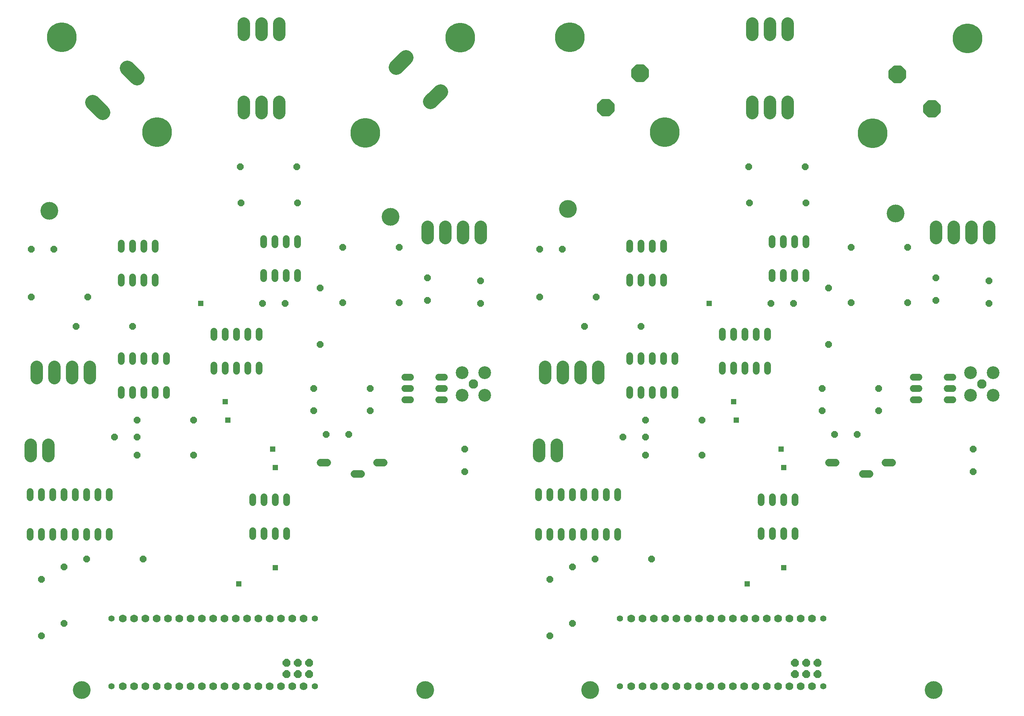
<source format=gbs>
G75*
%MOIN*%
%OFA0B0*%
%FSLAX25Y25*%
%IPPOS*%
%LPD*%
%AMOC8*
5,1,8,0,0,1.08239X$1,22.5*
%
%ADD10C,0.15750*%
%ADD11C,0.07000*%
%ADD12C,0.05524*%
%ADD13OC8,0.07000*%
%ADD14C,0.06000*%
%ADD15OC8,0.06000*%
%ADD16C,0.06800*%
%ADD17C,0.08300*%
%ADD18C,0.11300*%
%ADD19C,0.10839*%
%ADD20C,0.13200*%
%ADD21C,0.26300*%
%ADD22C,0.03160*%
%ADD23R,0.04762X0.04762*%
D10*
X0152216Y0026500D03*
X0456216Y0026500D03*
X0602216Y0026500D03*
X0906216Y0026500D03*
X0872716Y0448500D03*
X0582716Y0452500D03*
X0425716Y0445500D03*
X0123716Y0451000D03*
D11*
X0188716Y0090000D03*
X0198716Y0090000D03*
X0208716Y0090000D03*
X0218716Y0090000D03*
X0228716Y0090000D03*
X0238716Y0090000D03*
X0248716Y0090000D03*
X0258716Y0090000D03*
X0268716Y0090000D03*
X0278716Y0090000D03*
X0288716Y0090000D03*
X0298716Y0090000D03*
X0308716Y0090000D03*
X0318716Y0090000D03*
X0328716Y0090000D03*
X0338716Y0090000D03*
X0348716Y0090000D03*
X0348716Y0030000D03*
X0338716Y0030000D03*
X0328716Y0030000D03*
X0318716Y0030000D03*
X0308716Y0030000D03*
X0298716Y0030000D03*
X0288716Y0030000D03*
X0278716Y0030000D03*
X0268716Y0030000D03*
X0258716Y0030000D03*
X0248716Y0030000D03*
X0238716Y0030000D03*
X0228716Y0030000D03*
X0218716Y0030000D03*
X0208716Y0030000D03*
X0198716Y0030000D03*
X0188716Y0030000D03*
X0638716Y0030000D03*
X0648716Y0030000D03*
X0658716Y0030000D03*
X0668716Y0030000D03*
X0678716Y0030000D03*
X0688716Y0030000D03*
X0698716Y0030000D03*
X0708716Y0030000D03*
X0718716Y0030000D03*
X0728716Y0030000D03*
X0738716Y0030000D03*
X0748716Y0030000D03*
X0758716Y0030000D03*
X0768716Y0030000D03*
X0778716Y0030000D03*
X0788716Y0030000D03*
X0798716Y0030000D03*
X0798716Y0090000D03*
X0788716Y0090000D03*
X0778716Y0090000D03*
X0768716Y0090000D03*
X0758716Y0090000D03*
X0748716Y0090000D03*
X0738716Y0090000D03*
X0728716Y0090000D03*
X0718716Y0090000D03*
X0708716Y0090000D03*
X0698716Y0090000D03*
X0688716Y0090000D03*
X0678716Y0090000D03*
X0668716Y0090000D03*
X0658716Y0090000D03*
X0648716Y0090000D03*
X0638716Y0090000D03*
D12*
X0628716Y0090000D03*
X0628716Y0030000D03*
X0808716Y0030000D03*
X0808716Y0090000D03*
X0358716Y0090000D03*
X0358716Y0030000D03*
X0178716Y0030000D03*
X0178716Y0090000D03*
D13*
X0333716Y0050500D03*
X0333716Y0040500D03*
X0343716Y0040500D03*
X0343716Y0050500D03*
X0353716Y0050500D03*
X0353716Y0040500D03*
X0783716Y0040500D03*
X0783716Y0050500D03*
X0793716Y0050500D03*
X0793716Y0040500D03*
X0803716Y0040500D03*
X0803716Y0050500D03*
D14*
X0783716Y0162400D02*
X0783716Y0167600D01*
X0773716Y0167600D02*
X0773716Y0162400D01*
X0763716Y0162400D02*
X0763716Y0167600D01*
X0753716Y0167600D02*
X0753716Y0162400D01*
X0753716Y0192400D02*
X0753716Y0197600D01*
X0763716Y0197600D02*
X0763716Y0192400D01*
X0773716Y0192400D02*
X0773716Y0197600D01*
X0783716Y0197600D02*
X0783716Y0192400D01*
X0888116Y0283500D02*
X0893316Y0283500D01*
X0893316Y0293500D02*
X0888116Y0293500D01*
X0888116Y0303500D02*
X0893316Y0303500D01*
X0918116Y0303500D02*
X0923316Y0303500D01*
X0923316Y0293500D02*
X0918116Y0293500D01*
X0918116Y0283500D02*
X0923316Y0283500D01*
X0793216Y0390900D02*
X0793216Y0396100D01*
X0783216Y0396100D02*
X0783216Y0390900D01*
X0773216Y0390900D02*
X0773216Y0396100D01*
X0763216Y0396100D02*
X0763216Y0390900D01*
X0763216Y0420900D02*
X0763216Y0426100D01*
X0773216Y0426100D02*
X0773216Y0420900D01*
X0783216Y0420900D02*
X0783216Y0426100D01*
X0793216Y0426100D02*
X0793216Y0420900D01*
X0759216Y0344100D02*
X0759216Y0338900D01*
X0749216Y0338900D02*
X0749216Y0344100D01*
X0739216Y0344100D02*
X0739216Y0338900D01*
X0729216Y0338900D02*
X0729216Y0344100D01*
X0719216Y0344100D02*
X0719216Y0338900D01*
X0719216Y0314100D02*
X0719216Y0308900D01*
X0729216Y0308900D02*
X0729216Y0314100D01*
X0739216Y0314100D02*
X0739216Y0308900D01*
X0749216Y0308900D02*
X0749216Y0314100D01*
X0759216Y0314100D02*
X0759216Y0308900D01*
X0677216Y0317400D02*
X0677216Y0322600D01*
X0667216Y0322600D02*
X0667216Y0317400D01*
X0657216Y0317400D02*
X0657216Y0322600D01*
X0647216Y0322600D02*
X0647216Y0317400D01*
X0637216Y0317400D02*
X0637216Y0322600D01*
X0637216Y0292600D02*
X0637216Y0287400D01*
X0647216Y0287400D02*
X0647216Y0292600D01*
X0657216Y0292600D02*
X0657216Y0287400D01*
X0667216Y0287400D02*
X0667216Y0292600D01*
X0677216Y0292600D02*
X0677216Y0287400D01*
X0626716Y0202200D02*
X0626716Y0197000D01*
X0616716Y0197000D02*
X0616716Y0202200D01*
X0606716Y0202200D02*
X0606716Y0197000D01*
X0596716Y0197000D02*
X0596716Y0202200D01*
X0586716Y0202200D02*
X0586716Y0197000D01*
X0576716Y0197000D02*
X0576716Y0202200D01*
X0566716Y0202200D02*
X0566716Y0197000D01*
X0556716Y0197000D02*
X0556716Y0202200D01*
X0556716Y0167000D02*
X0556716Y0161800D01*
X0566716Y0161800D02*
X0566716Y0167000D01*
X0576716Y0167000D02*
X0576716Y0161800D01*
X0586716Y0161800D02*
X0586716Y0167000D01*
X0596716Y0167000D02*
X0596716Y0161800D01*
X0606716Y0161800D02*
X0606716Y0167000D01*
X0616716Y0167000D02*
X0616716Y0161800D01*
X0626716Y0161800D02*
X0626716Y0167000D01*
X0473316Y0283500D02*
X0468116Y0283500D01*
X0468116Y0293500D02*
X0473316Y0293500D01*
X0473316Y0303500D02*
X0468116Y0303500D01*
X0443316Y0303500D02*
X0438116Y0303500D01*
X0438116Y0293500D02*
X0443316Y0293500D01*
X0443316Y0283500D02*
X0438116Y0283500D01*
X0309216Y0308900D02*
X0309216Y0314100D01*
X0299216Y0314100D02*
X0299216Y0308900D01*
X0289216Y0308900D02*
X0289216Y0314100D01*
X0279216Y0314100D02*
X0279216Y0308900D01*
X0269216Y0308900D02*
X0269216Y0314100D01*
X0269216Y0338900D02*
X0269216Y0344100D01*
X0279216Y0344100D02*
X0279216Y0338900D01*
X0289216Y0338900D02*
X0289216Y0344100D01*
X0299216Y0344100D02*
X0299216Y0338900D01*
X0309216Y0338900D02*
X0309216Y0344100D01*
X0313216Y0390900D02*
X0313216Y0396100D01*
X0323216Y0396100D02*
X0323216Y0390900D01*
X0333216Y0390900D02*
X0333216Y0396100D01*
X0343216Y0396100D02*
X0343216Y0390900D01*
X0343216Y0420900D02*
X0343216Y0426100D01*
X0333216Y0426100D02*
X0333216Y0420900D01*
X0323216Y0420900D02*
X0323216Y0426100D01*
X0313216Y0426100D02*
X0313216Y0420900D01*
X0217216Y0422100D02*
X0217216Y0416900D01*
X0207216Y0416900D02*
X0207216Y0422100D01*
X0197216Y0422100D02*
X0197216Y0416900D01*
X0187216Y0416900D02*
X0187216Y0422100D01*
X0187216Y0392100D02*
X0187216Y0386900D01*
X0197216Y0386900D02*
X0197216Y0392100D01*
X0207216Y0392100D02*
X0207216Y0386900D01*
X0217216Y0386900D02*
X0217216Y0392100D01*
X0217216Y0322600D02*
X0217216Y0317400D01*
X0207216Y0317400D02*
X0207216Y0322600D01*
X0197216Y0322600D02*
X0197216Y0317400D01*
X0187216Y0317400D02*
X0187216Y0322600D01*
X0187216Y0292600D02*
X0187216Y0287400D01*
X0197216Y0287400D02*
X0197216Y0292600D01*
X0207216Y0292600D02*
X0207216Y0287400D01*
X0217216Y0287400D02*
X0217216Y0292600D01*
X0227216Y0292600D02*
X0227216Y0287400D01*
X0227216Y0317400D02*
X0227216Y0322600D01*
X0176716Y0202200D02*
X0176716Y0197000D01*
X0166716Y0197000D02*
X0166716Y0202200D01*
X0156716Y0202200D02*
X0156716Y0197000D01*
X0146716Y0197000D02*
X0146716Y0202200D01*
X0136716Y0202200D02*
X0136716Y0197000D01*
X0126716Y0197000D02*
X0126716Y0202200D01*
X0116716Y0202200D02*
X0116716Y0197000D01*
X0106716Y0197000D02*
X0106716Y0202200D01*
X0106716Y0167000D02*
X0106716Y0161800D01*
X0116716Y0161800D02*
X0116716Y0167000D01*
X0126716Y0167000D02*
X0126716Y0161800D01*
X0136716Y0161800D02*
X0136716Y0167000D01*
X0146716Y0167000D02*
X0146716Y0161800D01*
X0156716Y0161800D02*
X0156716Y0167000D01*
X0166716Y0167000D02*
X0166716Y0161800D01*
X0176716Y0161800D02*
X0176716Y0167000D01*
X0303716Y0167600D02*
X0303716Y0162400D01*
X0313716Y0162400D02*
X0313716Y0167600D01*
X0323716Y0167600D02*
X0323716Y0162400D01*
X0333716Y0162400D02*
X0333716Y0167600D01*
X0333716Y0192400D02*
X0333716Y0197600D01*
X0323716Y0197600D02*
X0323716Y0192400D01*
X0313716Y0192400D02*
X0313716Y0197600D01*
X0303716Y0197600D02*
X0303716Y0192400D01*
X0637216Y0386900D02*
X0637216Y0392100D01*
X0647216Y0392100D02*
X0647216Y0386900D01*
X0657216Y0386900D02*
X0657216Y0392100D01*
X0667216Y0392100D02*
X0667216Y0386900D01*
X0667216Y0416900D02*
X0667216Y0422100D01*
X0657216Y0422100D02*
X0657216Y0416900D01*
X0647216Y0416900D02*
X0647216Y0422100D01*
X0637216Y0422100D02*
X0637216Y0416900D01*
D15*
X0116716Y0074500D03*
X0136716Y0085500D03*
X0116716Y0124500D03*
X0136716Y0135500D03*
X0156716Y0142500D03*
X0206716Y0142500D03*
X0201216Y0234500D03*
X0201216Y0250500D03*
X0201216Y0265500D03*
X0181216Y0250500D03*
X0251216Y0265500D03*
X0251216Y0234500D03*
X0357716Y0274000D03*
X0357716Y0293500D03*
X0363216Y0332500D03*
X0383216Y0369500D03*
X0363216Y0382500D03*
X0332216Y0369000D03*
X0312216Y0369000D03*
X0383216Y0418500D03*
X0433216Y0418500D03*
X0458216Y0391500D03*
X0458216Y0371500D03*
X0433216Y0369500D03*
X0505216Y0369000D03*
X0505216Y0389000D03*
X0557716Y0374500D03*
X0597216Y0348500D03*
X0607716Y0374500D03*
X0647216Y0348500D03*
X0577716Y0417000D03*
X0557716Y0417000D03*
X0743216Y0458000D03*
X0742716Y0490000D03*
X0792716Y0490000D03*
X0793216Y0458000D03*
X0833216Y0418500D03*
X0813216Y0382500D03*
X0833216Y0369500D03*
X0782216Y0369000D03*
X0762216Y0369000D03*
X0813216Y0332500D03*
X0807716Y0293500D03*
X0807716Y0274000D03*
X0818716Y0253000D03*
X0838716Y0253000D03*
X0857716Y0274000D03*
X0857716Y0293500D03*
X0941216Y0240000D03*
X0941216Y0220000D03*
X0955216Y0369000D03*
X0955216Y0389000D03*
X0908216Y0391500D03*
X0908216Y0371500D03*
X0883216Y0369500D03*
X0883216Y0418500D03*
X0701216Y0265500D03*
X0701216Y0234500D03*
X0651216Y0234500D03*
X0651216Y0250500D03*
X0651216Y0265500D03*
X0631216Y0250500D03*
X0491216Y0240000D03*
X0491216Y0220000D03*
X0407716Y0274000D03*
X0407716Y0293500D03*
X0388716Y0253000D03*
X0368716Y0253000D03*
X0197216Y0348500D03*
X0157716Y0374500D03*
X0147216Y0348500D03*
X0107716Y0374500D03*
X0107716Y0417000D03*
X0127716Y0417000D03*
X0293216Y0458000D03*
X0292716Y0490000D03*
X0342716Y0490000D03*
X0343216Y0458000D03*
X0606716Y0142500D03*
X0586716Y0135500D03*
X0566716Y0124500D03*
X0586716Y0085500D03*
X0566716Y0074500D03*
X0656716Y0142500D03*
D16*
X0813716Y0228000D02*
X0819716Y0228000D01*
X0843716Y0218000D02*
X0849716Y0218000D01*
X0863716Y0228000D02*
X0869716Y0228000D01*
X0419716Y0228000D02*
X0413716Y0228000D01*
X0399716Y0218000D02*
X0393716Y0218000D01*
X0369716Y0228000D02*
X0363716Y0228000D01*
D17*
X0499016Y0297400D03*
X0949016Y0297400D03*
D18*
X0938977Y0307439D03*
X0959055Y0307439D03*
X0959055Y0287361D03*
X0938977Y0287361D03*
X0509055Y0287361D03*
X0488977Y0287361D03*
X0488977Y0307439D03*
X0509055Y0307439D03*
D19*
X0562330Y0302980D02*
X0562330Y0313020D01*
X0577921Y0313020D02*
X0577921Y0302980D01*
X0593511Y0302980D02*
X0593511Y0313020D01*
X0609102Y0313020D02*
X0609102Y0302980D01*
X0572511Y0244020D02*
X0572511Y0233980D01*
X0556921Y0233980D02*
X0556921Y0244020D01*
X0505102Y0426980D02*
X0505102Y0437020D01*
X0489511Y0437020D02*
X0489511Y0426980D01*
X0473921Y0426980D02*
X0473921Y0437020D01*
X0458330Y0437020D02*
X0458330Y0426980D01*
X0326807Y0537480D02*
X0326807Y0547520D01*
X0311216Y0547520D02*
X0311216Y0537480D01*
X0295625Y0537480D02*
X0295625Y0547520D01*
X0295625Y0606980D02*
X0295625Y0617020D01*
X0311216Y0617020D02*
X0311216Y0606980D01*
X0326807Y0606980D02*
X0326807Y0617020D01*
X0745625Y0617020D02*
X0745625Y0606980D01*
X0761216Y0606980D02*
X0761216Y0617020D01*
X0776807Y0617020D02*
X0776807Y0606980D01*
X0776807Y0547520D02*
X0776807Y0537480D01*
X0761216Y0537480D02*
X0761216Y0547520D01*
X0745625Y0547520D02*
X0745625Y0537480D01*
X0908330Y0437020D02*
X0908330Y0426980D01*
X0923921Y0426980D02*
X0923921Y0437020D01*
X0939511Y0437020D02*
X0939511Y0426980D01*
X0955102Y0426980D02*
X0955102Y0437020D01*
X0159102Y0313020D02*
X0159102Y0302980D01*
X0143511Y0302980D02*
X0143511Y0313020D01*
X0127921Y0313020D02*
X0127921Y0302980D01*
X0112330Y0302980D02*
X0112330Y0313020D01*
X0106921Y0244020D02*
X0106921Y0233980D01*
X0122511Y0233980D02*
X0122511Y0244020D01*
D20*
X0170847Y0537963D02*
X0162079Y0546732D01*
X0192485Y0577137D02*
X0201253Y0568369D01*
X0430579Y0577768D02*
X0439347Y0586537D01*
X0469753Y0556131D02*
X0460985Y0547363D01*
D21*
X0403143Y0519927D03*
X0487289Y0604073D03*
X0584143Y0604573D03*
X0668289Y0520427D03*
X0852143Y0519427D03*
X0936289Y0603573D03*
X0218789Y0520427D03*
X0134643Y0604573D03*
D22*
X0614925Y0547086D02*
X0613345Y0548666D01*
X0618581Y0548666D01*
X0622282Y0544965D01*
X0622282Y0539729D01*
X0618581Y0536028D01*
X0613345Y0536028D01*
X0609644Y0539729D01*
X0609644Y0544965D01*
X0613345Y0548666D01*
X0614327Y0546296D01*
X0617599Y0546296D01*
X0619912Y0543983D01*
X0619912Y0540711D01*
X0617599Y0538398D01*
X0614327Y0538398D01*
X0612014Y0540711D01*
X0612014Y0543983D01*
X0614327Y0546296D01*
X0615309Y0543926D01*
X0616617Y0543926D01*
X0617542Y0543001D01*
X0617542Y0541693D01*
X0616617Y0540768D01*
X0615309Y0540768D01*
X0614384Y0541693D01*
X0614384Y0543001D01*
X0615309Y0543926D01*
X0645331Y0577492D02*
X0643751Y0579072D01*
X0648987Y0579072D01*
X0652688Y0575371D01*
X0652688Y0570135D01*
X0648987Y0566434D01*
X0643751Y0566434D01*
X0640050Y0570135D01*
X0640050Y0575371D01*
X0643751Y0579072D01*
X0644733Y0576702D01*
X0648005Y0576702D01*
X0650318Y0574389D01*
X0650318Y0571117D01*
X0648005Y0568804D01*
X0644733Y0568804D01*
X0642420Y0571117D01*
X0642420Y0574389D01*
X0644733Y0576702D01*
X0645715Y0574332D01*
X0647023Y0574332D01*
X0647948Y0573407D01*
X0647948Y0572099D01*
X0647023Y0571174D01*
X0645715Y0571174D01*
X0644790Y0572099D01*
X0644790Y0573407D01*
X0645715Y0574332D01*
X0878802Y0572791D02*
X0880382Y0574371D01*
X0880382Y0569135D01*
X0876681Y0565434D01*
X0871445Y0565434D01*
X0867744Y0569135D01*
X0867744Y0574371D01*
X0871445Y0578072D01*
X0876681Y0578072D01*
X0880382Y0574371D01*
X0878012Y0573389D01*
X0878012Y0570117D01*
X0875699Y0567804D01*
X0872427Y0567804D01*
X0870114Y0570117D01*
X0870114Y0573389D01*
X0872427Y0575702D01*
X0875699Y0575702D01*
X0878012Y0573389D01*
X0875642Y0572407D01*
X0875642Y0571099D01*
X0874717Y0570174D01*
X0873409Y0570174D01*
X0872484Y0571099D01*
X0872484Y0572407D01*
X0873409Y0573332D01*
X0874717Y0573332D01*
X0875642Y0572407D01*
X0909208Y0542385D02*
X0910788Y0543965D01*
X0910788Y0538729D01*
X0907087Y0535028D01*
X0901851Y0535028D01*
X0898150Y0538729D01*
X0898150Y0543965D01*
X0901851Y0547666D01*
X0907087Y0547666D01*
X0910788Y0543965D01*
X0908418Y0542983D01*
X0908418Y0539711D01*
X0906105Y0537398D01*
X0902833Y0537398D01*
X0900520Y0539711D01*
X0900520Y0542983D01*
X0902833Y0545296D01*
X0906105Y0545296D01*
X0908418Y0542983D01*
X0906048Y0542001D01*
X0906048Y0540693D01*
X0905123Y0539768D01*
X0903815Y0539768D01*
X0902890Y0540693D01*
X0902890Y0542001D01*
X0903815Y0542926D01*
X0905123Y0542926D01*
X0906048Y0542001D01*
D23*
X0763716Y0423000D03*
X0707466Y0368750D03*
X0637216Y0417500D03*
X0636716Y0418000D03*
X0609216Y0308114D03*
X0729216Y0282000D03*
X0731716Y0265500D03*
X0771216Y0240000D03*
X0773716Y0223500D03*
X0773716Y0135000D03*
X0741216Y0120500D03*
X0323716Y0135000D03*
X0291216Y0120500D03*
X0323716Y0223500D03*
X0321216Y0240000D03*
X0281716Y0265500D03*
X0279216Y0282000D03*
X0257466Y0368750D03*
X0187216Y0417500D03*
X0186716Y0418000D03*
X0313716Y0423000D03*
X0159216Y0308114D03*
M02*

</source>
